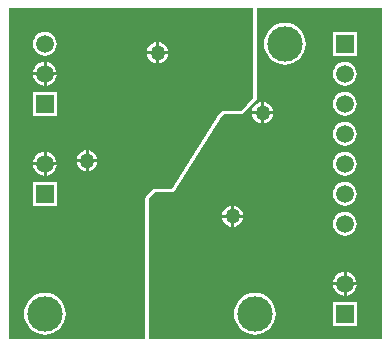
<source format=gbl>
%FSTAX23Y23*%
%MOIN*%
%SFA1B1*%

%IPPOS*%
%ADD13C,0.118110*%
%ADD14C,0.059060*%
%ADD15R,0.059060X0.059060*%
%ADD16C,0.050000*%
%LNpcb1-1*%
%LPD*%
G36*
X01258Y00016D02*
X0048D01*
Y0021*
Y00405*
Y00485*
X005Y00505*
X00565*
X00725Y0076*
X0073Y00765*
X00796*
X0084Y00815*
Y00875*
Y01118*
X01258*
Y00016*
G37*
G36*
X00829Y00875D02*
Y00818D01*
X00791Y00775*
X0073*
X00726Y00774*
X00722Y00772*
X00717Y00767*
X00717Y00766*
X00716Y00765*
X00559Y00515*
X005*
X00496Y00514*
X00492Y00512*
X00472Y00492*
X0047Y00488*
X00469Y00485*
Y00405*
Y0021*
Y00016*
X00016*
Y01118*
X00829*
Y00875*
G37*
%LNpcb1-2*%
%LPC*%
G36*
X01174Y01039D02*
X01095D01*
Y0096*
X01174*
Y01039*
G37*
G36*
X00935Y01069D02*
X00921Y01068D01*
X00908Y01064*
X00896Y01057*
X00885Y01049*
X00877Y01038*
X0087Y01026*
X00866Y01013*
X00865Y01*
X00866Y00986*
X0087Y00973*
X00877Y00961*
X00885Y0095*
X00896Y00942*
X00908Y00935*
X00921Y00931*
X00935Y0093*
X00948Y00931*
X00961Y00935*
X00973Y00942*
X00984Y0095*
X00992Y00961*
X00999Y00973*
X01003Y00986*
X01004Y01*
X01003Y01013*
X00999Y01026*
X00992Y01038*
X00984Y01049*
X00973Y01057*
X00961Y01064*
X00948Y01068*
X00935Y01069*
G37*
G36*
X01135Y00939D02*
X01124Y00938D01*
X01115Y00934*
X01106Y00928*
X011Y00919*
X01096Y0091*
X01095Y009*
X01096Y00889*
X011Y0088*
X01106Y00871*
X01115Y00865*
X01124Y00861*
X01135Y0086*
X01145Y00861*
X01154Y00865*
X01163Y00871*
X01169Y0088*
X01173Y00889*
X01174Y009*
X01173Y0091*
X01169Y00919*
X01163Y00928*
X01154Y00934*
X01145Y00938*
X01135Y00939*
G37*
G36*
X00865Y00804D02*
Y00775D01*
X00894*
X00894Y00779*
X0089Y00787*
X00884Y00794*
X00877Y008*
X00869Y00804*
X00865Y00804*
G37*
G36*
X00855D02*
X0085Y00804D01*
X00842Y008*
X00835Y00794*
X00829Y00787*
X00825Y00779*
X00825Y00775*
X00855*
Y00804*
G37*
G36*
X01135Y00839D02*
X01124Y00838D01*
X01115Y00834*
X01106Y00828*
X011Y00819*
X01096Y0081*
X01095Y008*
X01096Y00789*
X011Y0078*
X01106Y00771*
X01115Y00765*
X01124Y00761*
X01135Y0076*
X01145Y00761*
X01154Y00765*
X01163Y00771*
X01169Y0078*
X01173Y00789*
X01174Y008*
X01173Y0081*
X01169Y00819*
X01163Y00828*
X01154Y00834*
X01145Y00838*
X01135Y00839*
G37*
G36*
X00894Y00765D02*
X00865D01*
Y00735*
X00869Y00735*
X00877Y00739*
X00884Y00745*
X0089Y00752*
X00894Y0076*
X00894Y00765*
G37*
G36*
X00855D02*
X00825D01*
X00825Y0076*
X00829Y00752*
X00835Y00745*
X00842Y00739*
X0085Y00735*
X00855Y00735*
Y00765*
G37*
G36*
X01135Y00739D02*
X01124Y00738D01*
X01115Y00734*
X01106Y00728*
X011Y00719*
X01096Y0071*
X01095Y007*
X01096Y00689*
X011Y0068*
X01106Y00671*
X01115Y00665*
X01124Y00661*
X01135Y0066*
X01145Y00661*
X01154Y00665*
X01163Y00671*
X01169Y0068*
X01173Y00689*
X01174Y007*
X01173Y0071*
X01169Y00719*
X01163Y00728*
X01154Y00734*
X01145Y00738*
X01135Y00739*
G37*
G36*
Y00639D02*
X01124Y00638D01*
X01115Y00634*
X01106Y00628*
X011Y00619*
X01096Y0061*
X01095Y006*
X01096Y00589*
X011Y0058*
X01106Y00571*
X01115Y00565*
X01124Y00561*
X01135Y0056*
X01145Y00561*
X01154Y00565*
X01163Y00571*
X01169Y0058*
X01173Y00589*
X01174Y006*
X01173Y0061*
X01169Y00619*
X01163Y00628*
X01154Y00634*
X01145Y00638*
X01135Y00639*
G37*
G36*
Y00539D02*
X01124Y00538D01*
X01115Y00534*
X01106Y00528*
X011Y00519*
X01096Y0051*
X01095Y005*
X01096Y00489*
X011Y0048*
X01106Y00471*
X01115Y00465*
X01124Y00461*
X01135Y0046*
X01145Y00461*
X01154Y00465*
X01163Y00471*
X01169Y0048*
X01173Y00489*
X01174Y005*
X01173Y0051*
X01169Y00519*
X01163Y00528*
X01154Y00534*
X01145Y00538*
X01135Y00539*
G37*
G36*
X00765Y00459D02*
Y0043D01*
X00794*
X00794Y00434*
X0079Y00442*
X00784Y00449*
X00777Y00455*
X00769Y00459*
X00765Y00459*
G37*
G36*
X00755D02*
X0075Y00459D01*
X00742Y00455*
X00735Y00449*
X00729Y00442*
X00725Y00434*
X00725Y0043*
X00755*
Y00459*
G37*
G36*
X00794Y0042D02*
X00765D01*
Y0039*
X00769Y0039*
X00777Y00394*
X00784Y004*
X0079Y00407*
X00794Y00415*
X00794Y0042*
G37*
G36*
X00755D02*
X00725D01*
X00725Y00415*
X00729Y00407*
X00735Y004*
X00742Y00394*
X0075Y0039*
X00755Y0039*
Y0042*
G37*
G36*
X01135Y00439D02*
X01124Y00438D01*
X01115Y00434*
X01106Y00428*
X011Y00419*
X01096Y0041*
X01095Y004*
X01096Y00389*
X011Y0038*
X01106Y00371*
X01115Y00365*
X01124Y00361*
X01135Y0036*
X01145Y00361*
X01154Y00365*
X01163Y00371*
X01169Y0038*
X01173Y00389*
X01174Y004*
X01173Y0041*
X01169Y00419*
X01163Y00428*
X01154Y00434*
X01145Y00438*
X01135Y00439*
G37*
G36*
X0114Y00239D02*
Y00205D01*
X01174*
X01173Y0021*
X01169Y00219*
X01163Y00228*
X01154Y00234*
X01145Y00238*
X0114Y00239*
G37*
G36*
X0113D02*
X01124Y00238D01*
X01115Y00234*
X01106Y00228*
X011Y00219*
X01096Y0021*
X01095Y00205*
X0113*
Y00239*
G37*
G36*
X01174Y00195D02*
X0114D01*
Y0016*
X01145Y00161*
X01154Y00165*
X01163Y00171*
X01169Y0018*
X01173Y00189*
X01174Y00195*
G37*
G36*
X0113D02*
X01095D01*
X01096Y00189*
X011Y0018*
X01106Y00171*
X01115Y00165*
X01124Y00161*
X0113Y0016*
Y00195*
G37*
G36*
X01174Y00139D02*
X01095D01*
Y0006*
X01174*
Y00139*
G37*
G36*
X00835Y00169D02*
X00821Y00168D01*
X00808Y00164*
X00796Y00157*
X00785Y00149*
X00777Y00138*
X0077Y00126*
X00766Y00113*
X00765Y001*
X00766Y00086*
X0077Y00073*
X00777Y00061*
X00785Y0005*
X00796Y00042*
X00808Y00035*
X00821Y00031*
X00835Y0003*
X00848Y00031*
X00861Y00035*
X00873Y00042*
X00884Y0005*
X00892Y00061*
X00899Y00073*
X00903Y00086*
X00904Y001*
X00903Y00113*
X00899Y00126*
X00892Y00138*
X00884Y00149*
X00873Y00157*
X00861Y00164*
X00848Y00168*
X00835Y00169*
G37*
G36*
X00515Y01004D02*
Y00975D01*
X00544*
X00544Y00979*
X0054Y00987*
X00534Y00994*
X00527Y01*
X00519Y01004*
X00515Y01004*
G37*
G36*
X00505D02*
X005Y01004D01*
X00492Y01*
X00485Y00994*
X00479Y00987*
X00475Y00979*
X00475Y00975*
X00505*
Y01004*
G37*
G36*
X00135Y01039D02*
X00124Y01038D01*
X00115Y01034*
X00106Y01028*
X001Y01019*
X00096Y0101*
X00095Y01*
X00096Y00989*
X001Y0098*
X00106Y00971*
X00115Y00965*
X00124Y00961*
X00135Y0096*
X00145Y00961*
X00154Y00965*
X00163Y00971*
X00169Y0098*
X00173Y00989*
X00174Y01*
X00173Y0101*
X00169Y01019*
X00163Y01028*
X00154Y01034*
X00145Y01038*
X00135Y01039*
G37*
G36*
X00544Y00965D02*
X00515D01*
Y00935*
X00519Y00935*
X00527Y00939*
X00534Y00945*
X0054Y00952*
X00544Y0096*
X00544Y00965*
G37*
G36*
X00505D02*
X00475D01*
X00475Y0096*
X00479Y00952*
X00485Y00945*
X00492Y00939*
X005Y00935*
X00505Y00935*
Y00965*
G37*
G36*
X0014Y00939D02*
Y00905D01*
X00174*
X00173Y0091*
X00169Y00919*
X00163Y00928*
X00154Y00934*
X00145Y00938*
X0014Y00939*
G37*
G36*
X0013D02*
X00124Y00938D01*
X00115Y00934*
X00106Y00928*
X001Y00919*
X00096Y0091*
X00095Y00905*
X0013*
Y00939*
G37*
G36*
X00174Y00895D02*
X0014D01*
Y0086*
X00145Y00861*
X00154Y00865*
X00163Y00871*
X00169Y0088*
X00173Y00889*
X00174Y00895*
G37*
G36*
X0013D02*
X00095D01*
X00096Y00889*
X001Y0088*
X00106Y00871*
X00115Y00865*
X00124Y00861*
X0013Y0086*
Y00895*
G37*
G36*
X00174Y00839D02*
X00095D01*
Y0076*
X00174*
Y00839*
G37*
G36*
X0028Y00644D02*
Y00615D01*
X00309*
X00309Y00619*
X00305Y00627*
X00299Y00634*
X00292Y0064*
X00284Y00644*
X0028Y00644*
G37*
G36*
X0027D02*
X00265Y00644D01*
X00257Y0064*
X0025Y00634*
X00244Y00627*
X0024Y00619*
X0024Y00615*
X0027*
Y00644*
G37*
G36*
X0014Y00639D02*
Y00605D01*
X00174*
X00173Y0061*
X00169Y00619*
X00163Y00628*
X00154Y00634*
X00145Y00638*
X0014Y00639*
G37*
G36*
X0013D02*
X00124Y00638D01*
X00115Y00634*
X00106Y00628*
X001Y00619*
X00096Y0061*
X00095Y00605*
X0013*
Y00639*
G37*
G36*
X00309Y00605D02*
X0028D01*
Y00575*
X00284Y00575*
X00292Y00579*
X00299Y00585*
X00305Y00592*
X00309Y006*
X00309Y00605*
G37*
G36*
X0027D02*
X0024D01*
X0024Y006*
X00244Y00592*
X0025Y00585*
X00257Y00579*
X00265Y00575*
X0027Y00575*
Y00605*
G37*
G36*
X00174Y00595D02*
X0014D01*
Y0056*
X00145Y00561*
X00154Y00565*
X00163Y00571*
X00169Y0058*
X00173Y00589*
X00174Y00595*
G37*
G36*
X0013D02*
X00095D01*
X00096Y00589*
X001Y0058*
X00106Y00571*
X00115Y00565*
X00124Y00561*
X0013Y0056*
Y00595*
G37*
G36*
X00174Y00539D02*
X00095D01*
Y0046*
X00174*
Y00539*
G37*
G36*
X00135Y00169D02*
X00121Y00168D01*
X00108Y00164*
X00096Y00157*
X00085Y00149*
X00077Y00138*
X0007Y00126*
X00066Y00113*
X00065Y001*
X00066Y00086*
X0007Y00073*
X00077Y00061*
X00085Y0005*
X00096Y00042*
X00108Y00035*
X00121Y00031*
X00135Y0003*
X00148Y00031*
X00161Y00035*
X00173Y00042*
X00184Y0005*
X00192Y00061*
X00199Y00073*
X00203Y00086*
X00204Y001*
X00203Y00113*
X00199Y00126*
X00192Y00138*
X00184Y00149*
X00173Y00157*
X00161Y00164*
X00148Y00168*
X00135Y00169*
G37*
%LNpcb1-3*%
%LPD*%
G54D13*
X00835Y001D03*
X00935Y01D03*
X00135Y001D03*
G54D14*
X01135Y004D03*
Y005D03*
Y006D03*
Y007D03*
Y009D03*
Y008D03*
Y002D03*
X00135Y006D03*
Y009D03*
Y01D03*
G54D15*
X01135Y01D03*
Y001D03*
X00135Y005D03*
Y008D03*
G54D16*
X0086Y0077D03*
X0051Y0097D03*
X0076Y00425D03*
X00275Y0061D03*
M02*
</source>
